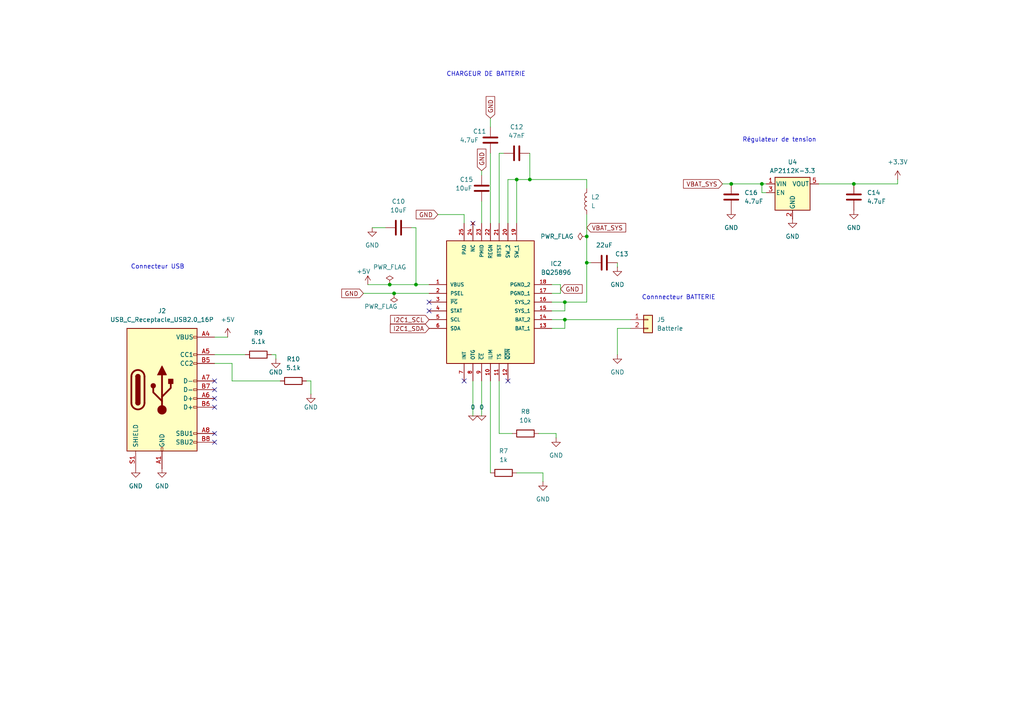
<source format=kicad_sch>
(kicad_sch (version 20250114) (generator "eeschema") (generator_version "9.0")
  (paper "A4")
  (title_block (title "PC BOT - Gestion de l'énergie") (date "2026-02-08"))
  (lib_symbols
    (symbol "BQ25896:BQ25896" (pin_names (offset 1.016))
      (property "Reference" "IC" (at 11.43 20.32 0))
      (property "Value" "BQ25896" (at 11.43 -20.32 0))
      (symbol "BQ25896_0_0"
        (rectangle (start -12.7 -17.78) (end 12.7 17.78) (stroke (width 0.254)) (fill (type background)))
        (pin bidirectional line (at -17.78 0 0) (length 5.08) (name "~{PG}") (number "3"))
        (pin bidirectional line (at -17.78 -2.54 0) (length 5.08) (name "STAT") (number "4"))
        (pin bidirectional line (at -17.78 -5.08 0) (length 5.08) (name "SCL") (number "5"))
        (pin bidirectional line (at -17.78 -7.62 0) (length 5.08) (name "SDA") (number "6"))
        (pin bidirectional line (at -7.62 -22.86 90) (length 5.08) (name "INT") (number "7"))
        (pin no_connect line (at -5.08 22.86 270) (length 5.08) (name "NC") (number "24"))
        (pin bidirectional line (at -2.54 22.86 270) (length 5.08) (name "PMID") (number "23"))
        (pin bidirectional line (at 0 22.86 270) (length 5.08) (name "REGN") (number "22"))
        (pin bidirectional line (at 0 -22.86 90) (length 5.08) (name "ILIM") (number "10"))
        (pin bidirectional line (at 2.54 22.86 270) (length 5.08) (name "BTST") (number "21"))
        (pin bidirectional line (at 2.54 -22.86 90) (length 5.08) (name "TS") (number "11"))
        (pin bidirectional line (at 5.08 22.86 270) (length 5.08) (name "SW_2") (number "20"))
        (pin bidirectional line (at 5.08 -22.86 90) (length 5.08) (name "~{QON}") (number "12"))
        (pin bidirectional line (at 7.62 22.86 270) (length 5.08) (name "SW_1") (number "19"))
        (pin bidirectional line (at 17.78 -5.08 180) (length 5.08) (name "BAT_2") (number "14"))
        (pin bidirectional line (at 17.78 -7.62 180) (length 5.08) (name "BAT_1") (number "13"))
      )
      (symbol "BQ25896_1_0"
        (pin power_in line (at -17.78 5.08 0) (length 5.08) (name "VBUS") (number "1"))
        (pin input line (at -17.78 2.54 0) (length 5.08) (name "PSEL") (number "2"))
        (pin power_in line (at -7.62 22.86 270) (length 5.08) (name "PAD") (number "25"))
        (pin input line (at -5.08 -22.86 90) (length 5.08) (name "OTG") (number "8"))
        (pin input line (at -2.54 -22.86 90) (length 5.08) (name "~{CE}") (number "9"))
        (pin power_in line (at 17.78 5.08 180) (length 5.08) (name "PGND_2") (number "18"))
        (pin power_in line (at 17.78 2.54 180) (length 5.08) (name "PGND_1") (number "17"))
        (pin power_in line (at 17.78 0 180) (length 5.08) (name "SYS_2") (number "16"))
        (pin power_in line (at 17.78 -2.54 180) (length 5.08) (name "SYS_1") (number "15"))
      )
    )
    (symbol "Connector:USB_C_Receptacle_USB2.0_16P" (pin_names (offset 1.016))
      (property "Reference" "J" (at 0 22.225 0))
      (property "Value" "USB_C_Receptacle_USB2.0_16P" (at 0 19.685 0))
      (symbol "USB_C_Receptacle_USB2.0_16P_0_0"
        (rectangle (start -0.254 -17.78) (end 0.254 -16.764))
        (rectangle (start 10.16 15.494) (end 9.144 14.986))
        (rectangle (start 10.16 10.414) (end 9.144 9.906))
        (rectangle (start 10.16 7.874) (end 9.144 7.366))
        (rectangle (start 10.16 2.794) (end 9.144 2.286))
        (rectangle (start 10.16 0.254) (end 9.144 -0.254))
        (rectangle (start 10.16 -2.286) (end 9.144 -2.794))
        (rectangle (start 10.16 -4.826) (end 9.144 -5.334))
        (rectangle (start 10.16 -12.446) (end 9.144 -12.954))
        (rectangle (start 10.16 -14.986) (end 9.144 -15.494))
      )
      (symbol "USB_C_Receptacle_USB2.0_16P_0_1"
        (rectangle (start -10.16 17.78) (end 10.16 -17.78) (stroke (width 0.254)) (fill (type background)))
        (polyline (pts (xy -8.89 -3.81) (xy -8.89 3.81)) (stroke (width 0.508)))
        (rectangle (start -7.62 -3.81) (end -6.35 3.81) (stroke (width 0.254)) (fill (type outline)))
        (arc (start -7.62 3.81) (mid -6.985 4.4423) (end -6.35 3.81) (stroke (width 0.254)))
        (arc (start -7.62 3.81) (mid -6.985 4.4423) (end -6.35 3.81) (stroke (width 0.254)) (fill (type outline)))
        (arc (start -8.89 3.81) (mid -6.985 5.7067) (end -5.08 3.81) (stroke (width 0.508)))
        (arc (start -5.08 -3.81) (mid -6.985 -5.7067) (end -8.89 -3.81) (stroke (width 0.508)))
        (arc (start -6.35 -3.81) (mid -6.985 -4.4423) (end -7.62 -3.81) (stroke (width 0.254)))
        (arc (start -6.35 -3.81) (mid -6.985 -4.4423) (end -7.62 -3.81) (stroke (width 0.254)) (fill (type outline)))
        (polyline (pts (xy -5.08 3.81) (xy -5.08 -3.81)) (stroke (width 0.508)))
        (circle (center -2.54 1.143) (radius 0.635) (stroke (width 0.254)) (fill (type outline)))
        (polyline (pts (xy -1.27 4.318) (xy 0 6.858) (xy 1.27 4.318) (xy -1.27 4.318)) (stroke (width 0.254)) (fill (type outline)))
        (polyline (pts (xy 0 -2.032) (xy 2.54 0.508) (xy 2.54 1.778)) (stroke (width 0.508)))
        (polyline (pts (xy 0 -3.302) (xy -2.54 -0.762) (xy -2.54 0.508)) (stroke (width 0.508)))
        (polyline (pts (xy 0 -5.842) (xy 0 4.318)) (stroke (width 0.508)))
        (circle (center 0 -5.842) (radius 1.27) (fill (type outline)))
        (rectangle (start 1.905 1.778) (end 3.175 3.048) (stroke (width 0.254)) (fill (type outline)))
      )
      (symbol "USB_C_Receptacle_USB2.0_16P_1_1"
        (pin passive line (at -7.62 -22.86 90) (length 5.08) (name "SHIELD") (number "S1"))
        (pin passive line (at 0 -22.86 90) (length 5.08) (name "GND") (number "A1"))
        (pin passive line (at 0 -22.86 90) (length 5.08) (hide yes) (name "GND") (number "A12"))
        (pin passive line (at 0 -22.86 90) (length 5.08) (hide yes) (name "GND") (number "B1"))
        (pin passive line (at 0 -22.86 90) (length 5.08) (hide yes) (name "GND") (number "B12"))
        (pin passive line (at 15.24 15.24 180) (length 5.08) (name "VBUS") (number "A4"))
        (pin passive line (at 15.24 15.24 180) (length 5.08) (hide yes) (name "VBUS") (number "A9"))
        (pin passive line (at 15.24 15.24 180) (length 5.08) (hide yes) (name "VBUS") (number "B4"))
        (pin passive line (at 15.24 15.24 180) (length 5.08) (hide yes) (name "VBUS") (number "B9"))
        (pin bidirectional line (at 15.24 10.16 180) (length 5.08) (name "CC1") (number "A5"))
        (pin bidirectional line (at 15.24 7.62 180) (length 5.08) (name "CC2") (number "B5"))
        (pin bidirectional line (at 15.24 2.54 180) (length 5.08) (name "D-") (number "A7"))
        (pin bidirectional line (at 15.24 0 180) (length 5.08) (name "D-") (number "B7"))
        (pin bidirectional line (at 15.24 -2.54 180) (length 5.08) (name "D+") (number "A6"))
        (pin bidirectional line (at 15.24 -5.08 180) (length 5.08) (name "D+") (number "B6"))
        (pin bidirectional line (at 15.24 -12.7 180) (length 5.08) (name "SBU1") (number "A8"))
        (pin bidirectional line (at 15.24 -15.24 180) (length 5.08) (name "SBU2") (number "B8"))
      )
    )
    (symbol "Connector_Generic:Conn_01x02" (pin_names (offset 1.016) (hide yes))
      (property "Reference" "J" (at 0 2.54 0))
      (property "Value" "Conn_01x02" (at 0 -5.08 0))
      (symbol "Conn_01x02_1_1"
        (rectangle (start -1.27 1.27) (end 1.27 -3.81) (stroke (width 0.254)) (fill (type background)))
        (rectangle (start -1.27 0.127) (end 0 -0.127) (stroke (width 0.1524)))
        (rectangle (start -1.27 -2.413) (end 0 -2.667) (stroke (width 0.1524)))
        (pin passive line (at -5.08 0 0) (length 3.81) (name "Pin_1") (number "1"))
        (pin passive line (at -5.08 -2.54 0) (length 3.81) (name "Pin_2") (number "2"))
      )
    )
    (symbol "Device:C" (pin_numbers (hide yes)) (pin_names (offset 0.254))
      (property "Reference" "C" (at 0.635 2.54 0))
      (property "Value" "C" (at 0.635 -2.54 0))
      (symbol "C_0_1"
        (polyline (pts (xy -2.032 0.762) (xy 2.032 0.762)) (stroke (width 0.508)))
        (polyline (pts (xy -2.032 -0.762) (xy 2.032 -0.762)) (stroke (width 0.508)))
      )
      (symbol "C_1_1"
        (pin passive line (at 0 3.81 270) (length 2.794) (name "~") (number "1"))
        (pin passive line (at 0 -3.81 90) (length 2.794) (name "~") (number "2"))
      )
    )
    (symbol "Device:L" (pin_numbers (hide yes)) (pin_names (offset 1.016) (hide yes))
      (property "Reference" "L" (at -1.27 0 90))
      (property "Value" "L" (at 1.905 0 90))
      (symbol "L_0_1"
        (arc (start 0 2.54) (mid 0.6323 1.905) (end 0 1.27))
        (arc (start 0 1.27) (mid 0.6323 0.635) (end 0 0))
        (arc (start 0 0) (mid 0.6323 -0.635) (end 0 -1.27))
        (arc (start 0 -1.27) (mid 0.6323 -1.905) (end 0 -2.54))
      )
      (symbol "L_1_1"
        (pin passive line (at 0 3.81 270) (length 1.27) (name "1") (number "1"))
        (pin passive line (at 0 -3.81 90) (length 1.27) (name "2") (number "2"))
      )
    )
    (symbol "Device:R" (pin_numbers (hide yes)) (pin_names (offset 0))
      (property "Reference" "R" (at 2.032 0 90))
      (property "Value" "R" (at 0 0 90))
      (symbol "R_0_1"
        (rectangle (start -1.016 -2.54) (end 1.016 2.54) (stroke (width 0.254)))
      )
      (symbol "R_1_1"
        (pin passive line (at 0 3.81 270) (length 1.27) (name "~") (number "1"))
        (pin passive line (at 0 -3.81 90) (length 1.27) (name "~") (number "2"))
      )
    )
    (symbol "Regulator_Linear:AP2112K-3.3" (pin_names (offset 0.254))
      (property "Reference" "U" (at -5.08 5.715 0))
      (property "Value" "AP2112K-3.3" (at 0 5.715 0))
      (symbol "AP2112K-3.3_0_1"
        (rectangle (start -5.08 4.445) (end 5.08 -5.08) (stroke (width 0.254)) (fill (type background)))
      )
      (symbol "AP2112K-3.3_1_1"
        (pin power_in line (at -7.62 2.54 0) (length 2.54) (name "VIN") (number "1"))
        (pin input line (at -7.62 0 0) (length 2.54) (name "EN") (number "3"))
        (pin power_in line (at 0 -7.62 90) (length 2.54) (name "GND") (number "2"))
        (pin no_connect line (at 5.08 0 180) (length 2.54) (hide yes) (name "NC") (number "4"))
        (pin power_out line (at 7.62 2.54 180) (length 2.54) (name "VOUT") (number "5"))
      )
    )
    (symbol "Simulation_SPICE:0" (power) (pin_numbers (hide yes)) (pin_names (offset 0) (hide yes))
      (property "Value" "0" (at 0 -2.54 0))
      (symbol "0_0_1"
        (polyline (pts (xy -1.27 0) (xy 0 -1.27) (xy 1.27 0) (xy -1.27 0)))
      )
      (symbol "0_1_1"
        (pin power_in line (at 0 0 0) (length 0) (name "~") (number "1"))
      )
    )
    (symbol "power:+3.3V" (power) (pin_numbers (hide yes)) (pin_names (offset 0) (hide yes))
      (property "Value" "+3.3V" (at 0 3.556 0))
      (symbol "+3.3V_0_1"
        (polyline (pts (xy -0.762 1.27) (xy 0 2.54)))
        (polyline (pts (xy 0 2.54) (xy 0.762 1.27)))
        (polyline (pts (xy 0 0) (xy 0 2.54)))
      )
      (symbol "+3.3V_1_1"
        (pin power_in line (at 0 0 90) (length 0) (name "~") (number "1"))
      )
    )
    (symbol "power:GND" (power) (pin_numbers (hide yes)) (pin_names (offset 0) (hide yes))
      (property "Value" "GND" (at 0 -3.81 0))
      (symbol "GND_0_1"
        (polyline (pts (xy 0 0) (xy 0 -1.27) (xy 1.27 -1.27) (xy 0 -2.54) (xy -1.27 -1.27) (xy 0 -1.27)))
      )
      (symbol "GND_1_1"
        (pin power_in line (at 0 0 270) (length 0) (name "~") (number "1"))
      )
    )
    (symbol "power:PWR_FLAG" (power) (pin_numbers (hide yes)) (pin_names (offset 0) (hide yes))
      (property "Value" "PWR_FLAG" (at 0 3.81 0))
      (symbol "PWR_FLAG_0_0"
        (pin power_out line (at 0 0 90) (length 0) (name "~") (number "1"))
      )
      (symbol "PWR_FLAG_0_1"
        (polyline (pts (xy 0 0) (xy 0 1.27) (xy -1.016 1.905) (xy 0 2.54) (xy 1.016 1.905) (xy 0 1.27)))
      )
    )
  )
  (text "Connnecteur BATTERIE" (at 196.85 86.36 0) (effects (font (size 1.27 1.27))))
  (text "Connecteur USB" (at 45.72 77.47 0) (effects (font (size 1.27 1.27))))
  (text "Régulateur de tension" (at 226.06 40.64 0) (effects (font (size 1.27 1.27))))
  (text "CHARGEUR DE BATTERIE\n" (at 140.97 21.59 0) (effects (font (size 1.27 1.27))))
  (junction (at 170.18 76.2))
  (junction (at 220.98 53.34))
  (junction (at 114.3 85.09))
  (junction (at 163.83 92.71))
  (junction (at 212.09 53.34))
  (junction (at 120.65 82.55))
  (junction (at 170.18 68.58))
  (junction (at 113.03 82.55))
  (junction (at 153.67 52.07))
  (junction (at 163.83 87.63))
  (junction (at 149.86 52.07))
  (junction (at 247.65 53.34))
  (no_connect (at 62.23 125.73))
  (no_connect (at 62.23 110.49))
  (no_connect (at 124.46 90.17))
  (no_connect (at 62.23 115.57))
  (no_connect (at 124.46 87.63))
  (no_connect (at 62.23 113.03))
  (no_connect (at 147.32 110.49))
  (no_connect (at 62.23 118.11))
  (no_connect (at 62.23 128.27))
  (no_connect (at 134.62 110.49))
  (no_connect (at 137.16 64.77))
  (wire (pts (xy 260.35 53.34) (xy 260.35 52.07)))
  (wire (pts (xy 162.56 85.09) (xy 162.56 82.55)))
  (wire (pts (xy 137.16 110.49) (xy 137.16 120.65)))
  (wire (pts (xy 120.65 82.55) (xy 124.46 82.55)))
  (wire (pts (xy 163.83 95.25) (xy 163.83 92.71)))
  (wire (pts (xy 139.7 110.49) (xy 139.7 120.65)))
  (wire (pts (xy 67.31 105.41) (xy 67.31 110.49)))
  (wire (pts (xy 160.02 82.55) (xy 162.56 82.55)))
  (wire (pts (xy 163.83 87.63) (xy 170.18 87.63)))
  (wire (pts (xy 62.23 97.79) (xy 66.04 97.79)))
  (wire (pts (xy 161.29 125.73) (xy 161.29 127)))
  (wire (pts (xy 78.74 102.87) (xy 80.01 102.87)))
  (wire (pts (xy 144.78 125.73) (xy 148.59 125.73)))
  (wire (pts (xy 149.86 52.07) (xy 153.67 52.07)))
  (wire (pts (xy 156.21 125.73) (xy 161.29 125.73)))
  (wire (pts (xy 160.02 92.71) (xy 163.83 92.71)))
  (wire (pts (xy 88.9 110.49) (xy 90.17 110.49)))
  (wire (pts (xy 179.07 95.25) (xy 179.07 102.87)))
  (wire (pts (xy 170.18 52.07) (xy 170.18 54.61)))
  (wire (pts (xy 80.01 102.87) (xy 80.01 104.14)))
  (wire (pts (xy 62.23 105.41) (xy 67.31 105.41)))
  (wire (pts (xy 120.65 82.55) (xy 120.65 66.04)))
  (wire (pts (xy 157.48 137.16) (xy 157.48 139.7)))
  (wire (pts (xy 144.78 110.49) (xy 144.78 125.73)))
  (wire (pts (xy 182.88 95.25) (xy 179.07 95.25)))
  (wire (pts (xy 149.86 52.07) (xy 149.86 64.77)))
  (wire (pts (xy 220.98 53.34) (xy 222.25 53.34)))
  (wire (pts (xy 147.32 64.77) (xy 147.32 52.07)))
  (wire (pts (xy 160.02 95.25) (xy 163.83 95.25)))
  (wire (pts (xy 247.65 53.34) (xy 260.35 53.34)))
  (wire (pts (xy 160.02 87.63) (xy 163.83 87.63)))
  (wire (pts (xy 111.76 66.04) (xy 107.95 66.04)))
  (wire (pts (xy 170.18 76.2) (xy 170.18 68.58)))
  (wire (pts (xy 149.86 137.16) (xy 157.48 137.16)))
  (wire (pts (xy 163.83 92.71) (xy 182.88 92.71)))
  (wire (pts (xy 163.83 90.17) (xy 163.83 87.63)))
  (wire (pts (xy 114.3 85.09) (xy 124.46 85.09)))
  (wire (pts (xy 220.98 55.88) (xy 222.25 55.88)))
  (wire (pts (xy 144.78 64.77) (xy 144.78 44.45)))
  (wire (pts (xy 139.7 49.53) (xy 139.7 50.8)))
  (wire (pts (xy 142.24 44.45) (xy 142.24 64.77)))
  (wire (pts (xy 179.07 76.2) (xy 179.07 77.47)))
  (wire (pts (xy 106.68 82.55) (xy 113.03 82.55)))
  (wire (pts (xy 144.78 44.45) (xy 146.05 44.45)))
  (wire (pts (xy 212.09 53.34) (xy 220.98 53.34)))
  (wire (pts (xy 142.24 110.49) (xy 142.24 137.16)))
  (wire (pts (xy 170.18 87.63) (xy 170.18 76.2)))
  (wire (pts (xy 134.62 62.23) (xy 134.62 64.77)))
  (wire (pts (xy 67.31 110.49) (xy 81.28 110.49)))
  (wire (pts (xy 153.67 52.07) (xy 170.18 52.07)))
  (wire (pts (xy 105.41 85.09) (xy 114.3 85.09)))
  (wire (pts (xy 237.49 53.34) (xy 247.65 53.34)))
  (wire (pts (xy 90.17 110.49) (xy 90.17 114.3)))
  (wire (pts (xy 220.98 53.34) (xy 220.98 55.88)))
  (wire (pts (xy 170.18 68.58) (xy 170.18 62.23)))
  (wire (pts (xy 127 62.23) (xy 134.62 62.23)))
  (wire (pts (xy 160.02 85.09) (xy 162.56 85.09)))
  (wire (pts (xy 113.03 82.55) (xy 120.65 82.55)))
  (wire (pts (xy 147.32 52.07) (xy 149.86 52.07)))
  (wire (pts (xy 170.18 76.2) (xy 171.45 76.2)))
  (wire (pts (xy 153.67 44.45) (xy 153.67 52.07)))
  (wire (pts (xy 120.65 66.04) (xy 119.38 66.04)))
  (wire (pts (xy 209.55 53.34) (xy 212.09 53.34)))
  (wire (pts (xy 160.02 90.17) (xy 163.83 90.17)))
  (wire (pts (xy 62.23 102.87) (xy 71.12 102.87)))
  (wire (pts (xy 142.24 34.29) (xy 142.24 36.83)))
  (wire (pts (xy 139.7 58.42) (xy 139.7 64.77)))
  (global_label "GND" (shape input) (at 127 62.23 180) (property "Intersheetrefs" "${INTERSHEET_REFS}" (effects (hide yes))))
  (global_label "GND" (shape input) (at 162.56 83.82 0) (property "Intersheetrefs" "${INTERSHEET_REFS}" (effects (hide yes))))
  (global_label "GND" (shape input) (at 105.41 85.09 180) (property "Intersheetrefs" "${INTERSHEET_REFS}" (effects (hide yes))))
  (global_label "GND" (shape input) (at 139.7 49.53 90) (property "Intersheetrefs" "${INTERSHEET_REFS}" (effects (hide yes))))
  (global_label "I2C1_SCL" (shape input) (at 124.46 92.71 180) (property "Intersheetrefs" "${INTERSHEET_REFS}" (effects (hide yes))))
  (global_label "GND" (shape input) (at 142.24 34.29 90) (property "Intersheetrefs" "${INTERSHEET_REFS}" (effects (hide yes))))
  (global_label "VBAT_SYS" (shape input) (at 209.55 53.34 180) (property "Intersheetrefs" "${INTERSHEET_REFS}" (effects (hide yes))))
  (global_label "VBAT_SYS" (shape input) (at 170.18 66.04 0) (property "Intersheetrefs" "${INTERSHEET_REFS}" (effects (hide yes))))
  (global_label "I2C1_SDA" (shape input) (at 124.46 95.25 180) (property "Intersheetrefs" "${INTERSHEET_REFS}" (effects (hide yes))))
  (symbol (lib_id "Device:R") (at 85.09 110.49 90) (unit 1)
    (property "Reference" "R10" (at 85.09 104.14 90))
    (property "Value" "5.1k" (at 85.09 106.68 90))
    (property "Footprint" "Resistor_SMD:R_0805_2012Metric_Pad1.20x1.40mm_HandSolder" (effects (hide yes)))
    (property "Description" "Resistor" (effects (hide yes)))
  )
  (symbol (lib_id "power:GND") (at 179.07 102.87 0) (unit 1)
    (property "Reference" "#PWR026" (effects (hide yes)))
    (property "Value" "GND" (at 179.07 107.95 0))
    (property "Description" "Power symbol creates a global label with name \"GND\" , ground" (effects (hide yes)))
  )
  (symbol (lib_id "Connector:USB_C_Receptacle_USB2.0_16P") (at 46.99 113.03 0) (unit 1)
    (property "Reference" "J2" (at 46.99 90.17 0))
    (property "Value" "USB_C_Receptacle_USB2.0_16P" (at 46.99 92.71 0))
    (property "Footprint" "Connector_USB:USB_C_Receptacle_GCT_USB4105-xx-A_16P_TopMnt_Horizontal" (effects (hide yes)))
    (property "Datasheet" "https://www.usb.org/sites/default/files/documents/usb_type-c.zip" (effects (hide yes)))
    (property "Description" "USB 2.0-only 16P Type-C Receptacle connector" (effects (hide yes)))
  )
  (symbol (lib_id "power:GND") (at 90.17 114.3 0) (unit 1)
    (property "Reference" "#PWR023" (effects (hide yes)))
    (property "Value" "GND" (at 90.17 118.11 0))
    (property "Description" "Power symbol creates a global label with name \"GND\" , ground" (effects (hide yes)))
  )
  (symbol (lib_id "power:GND") (at 46.99 135.89 0) (unit 1)
    (property "Reference" "#PWR024" (effects (hide yes)))
    (property "Value" "GND" (at 46.99 140.97 0))
    (property "Description" "Power symbol creates a global label with name \"GND\" , ground" (effects (hide yes)))
  )
  (symbol (lib_id "Device:C") (at 212.09 57.15 0) (unit 1)
    (property "Reference" "C16" (at 215.9 55.8799 0) (effects (justify left)))
    (property "Value" "4.7uF" (at 215.9 58.4199 0) (effects (justify left)))
    (property "Footprint" "Capacitor_SMD:C_0603_1608Metric_Pad1.08x0.95mm_HandSolder" (effects (hide yes)))
    (property "Description" "Unpolarized capacitor" (effects (hide yes)))
  )
  (symbol (lib_id "Device:C") (at 175.26 76.2 90) (unit 1)
    (property "Reference" "C13" (at 180.34 73.66 90))
    (property "Value" "22uF" (at 175.26 71.12 90))
    (property "Footprint" "Capacitor_SMD:C_0603_1608Metric_Pad1.08x0.95mm_HandSolder" (effects (hide yes)))
    (property "Description" "Unpolarized capacitor" (effects (hide yes)))
  )
  (symbol (lib_id "power:+3.3V") (at 260.35 52.07 0) (unit 1)
    (property "Reference" "#PWR019" (effects (hide yes)))
    (property "Value" "+3.3V" (at 260.35 46.99 0))
    (property "Description" "Power symbol creates a global label with name \"+3.3V\"" (effects (hide yes)))
  )
  (symbol (lib_id "Device:C") (at 142.24 40.64 0) (unit 1)
    (property "Reference" "C11" (at 137.16 38.1 0) (effects (justify left)))
    (property "Value" "4.7uF" (at 133.35 40.64 0) (effects (justify left)))
    (property "Footprint" "Capacitor_SMD:C_0603_1608Metric_Pad1.08x0.95mm_HandSolder" (effects (hide yes)))
    (property "Description" "Unpolarized capacitor" (effects (hide yes)))
  )
  (symbol (lib_id "Device:C") (at 149.86 44.45 90) (unit 1)
    (property "Reference" "C12" (at 149.86 36.83 90))
    (property "Value" "47nF" (at 149.86 39.37 90))
    (property "Footprint" "Capacitor_SMD:C_0603_1608Metric_Pad1.08x0.95mm_HandSolder" (effects (hide yes)))
    (property "Description" "Unpolarized capacitor" (effects (hide yes)))
  )
  (symbol (lib_id "Device:R") (at 74.93 102.87 90) (unit 1)
    (property "Reference" "R9" (at 74.93 96.52 90))
    (property "Value" "5.1k" (at 74.93 99.06 90))
    (property "Footprint" "Resistor_SMD:R_0805_2012Metric_Pad1.20x1.40mm_HandSolder" (effects (hide yes)))
    (property "Description" "Resistor" (effects (hide yes)))
  )
  (symbol (lib_id "Simulation_SPICE:0") (at 139.7 120.65 0) (unit 1)
    (property "Reference" "#GND014" (effects (hide yes)))
    (property "Value" "0" (at 139.7 118.11 0))
    (property "Datasheet" "https://ngspice.sourceforge.io/docs/ngspice-html-manual/manual.xhtml#subsec_Circuit_elements__device" (effects (hide yes)))
    (property "Description" "0V reference potential for simulation" (effects (hide yes)))
  )
  (symbol (lib_id "Regulator_Linear:AP2112K-3.3") (at 229.87 55.88 0) (unit 1)
    (property "Reference" "U4" (at 229.87 46.99 0))
    (property "Value" "AP2112K-3.3" (at 229.87 49.53 0))
    (property "Footprint" "Package_TO_SOT_SMD:SOT-23-5" (effects (hide yes)))
    (property "Datasheet" "https://www.diodes.com/assets/Datasheets/AP2112.pdf" (effects (hide yes)))
    (property "Description" "600mA low dropout linear regulator, with enable pin, 3.8V-6V input voltage range, 3.3V fixed positive output, SOT-23-5" (effects (hide yes)))
  )
  (symbol (lib_id "Device:C") (at 139.7 54.61 0) (unit 1)
    (property "Reference" "C15" (at 133.35 52.07 0) (effects (justify left)))
    (property "Value" "10uF" (at 132.08 54.61 0) (effects (justify left)))
    (property "Footprint" "Capacitor_SMD:C_0603_1608Metric_Pad1.08x0.95mm_HandSolder" (effects (hide yes)))
    (property "Description" "Unpolarized capacitor" (effects (hide yes)))
  )
  (symbol (lib_id "BQ25896:BQ25896") (at 142.24 87.63 0) (unit 1)
    (property "Reference" "IC2" (at 161.29 76.4792 0))
    (property "Value" "BQ25896" (at 161.29 79.0192 0))
    (property "Footprint" "BQ25896:QFN-24" (effects (hide yes)))
    (property "MF" "Texas Instruments" (effects (hide yes)))
    (property "Description_1" "bq25896 I2C Controlled Single Cell 3-A Fast Charger with MaxChargeTM Technology for High Input Voltage and Adjustable Voltage USB On-the-Go Boost Mode" (effects (hide yes)))
    (property "Package" "None" (effects (hide yes)))
    (property "Price" "None" (effects (hide yes)))
    (property "Check_prices" "https://www.snapeda.com/parts/BQ25896/Texas+Instruments/view-part/?ref=eda" (effects (hide yes)))
    (property "HEIGHT" "1mm" (effects (hide yes)))
    (property "WIDTH" "3.9 - 4.1mm" (effects (hide yes)))
    (property "LENGTH" "3.9 - 4.1mm" (effects (hide yes)))
    (property "SnapEDA_Link" "https://www.snapeda.com/parts/BQ25896/Texas+Instruments/view-part/?ref=snap" (effects (hide yes)))
    (property "MP" "BQ25896" (effects (hide yes)))
    (property "SPICEPREFIX" "IC" (effects (hide yes)))
    (property "Availability" "In Stock" (effects (hide yes)))
  )
  (symbol (lib_id "power:PWR_FLAG") (at 170.18 68.58 90) (unit 1)
    (property "Reference" "#FLG011" (effects (hide yes)))
    (property "Value" "PWR_FLAG" (at 166.37 68.5799 90) (effects (justify left)))
    (property "Description" "Special symbol for telling ERC where power comes from" (effects (hide yes)))
  )
  (symbol (lib_id "Simulation_SPICE:0") (at 137.16 120.65 0) (unit 1)
    (property "Reference" "#GND013" (effects (hide yes)))
    (property "Value" "0" (at 137.16 118.11 0))
    (property "Datasheet" "https://ngspice.sourceforge.io/docs/ngspice-html-manual/manual.xhtml#subsec_Circuit_elements__device" (effects (hide yes)))
    (property "Description" "0V reference potential for simulation" (effects (hide yes)))
  )
  (symbol (lib_id "power:GND") (at 179.07 77.47 0) (unit 1)
    (property "Reference" "#PWR017" (effects (hide yes)))
    (property "Value" "GND" (at 179.07 82.55 0))
    (property "Description" "Power symbol creates a global label with name \"GND\" , ground" (effects (hide yes)))
  )
  (symbol (lib_id "power:+3.3V") (at 106.68 82.55 0) (unit 1)
    (property "Reference" "#PWR012" (effects (hide yes)))
    (property "Value" "+5V" (at 105.41 78.74 0))
    (property "Description" "Power symbol creates a global label with name \"+3.3V\"" (effects (hide yes)))
  )
  (symbol (lib_id "Device:R") (at 146.05 137.16 90) (unit 1)
    (property "Reference" "R7" (at 146.05 130.81 90))
    (property "Value" "1k" (at 146.05 133.35 90))
    (property "Footprint" "Resistor_SMD:R_0805_2012Metric_Pad1.20x1.40mm_HandSolder" (effects (hide yes)))
    (property "Description" "Resistor" (effects (hide yes)))
  )
  (symbol (lib_id "power:GND") (at 247.65 60.96 0) (unit 1)
    (property "Reference" "#PWR020" (effects (hide yes)))
    (property "Value" "GND" (at 247.65 66.04 0))
    (property "Description" "Power symbol creates a global label with name \"GND\" , ground" (effects (hide yes)))
  )
  (symbol (lib_id "power:GND") (at 157.48 139.7 0) (unit 1)
    (property "Reference" "#PWR016" (effects (hide yes)))
    (property "Value" "GND" (at 157.48 144.78 0))
    (property "Description" "Power symbol creates a global label with name \"GND\" , ground" (effects (hide yes)))
  )
  (symbol (lib_id "Device:L") (at 170.18 58.42 180) (unit 1)
    (property "Reference" "L2" (at 171.45 57.1499 0) (effects (justify right)))
    (property "Value" "L" (at 171.45 59.6899 0) (effects (justify right)))
    (property "Footprint" "Inductor_SMD:L_0805_2012Metric_Pad1.05x1.20mm_HandSolder" (effects (hide yes)))
    (property "Description" "Inductor" (effects (hide yes)))
  )
  (symbol (lib_id "power:+3.3V") (at 66.04 97.79 0) (unit 1)
    (property "Reference" "#PWR021" (effects (hide yes)))
    (property "Value" "+5V" (at 66.04 92.71 0))
    (property "Description" "Power symbol creates a global label with name \"+3.3V\"" (effects (hide yes)))
  )
  (symbol (lib_id "Connector_Generic:Conn_01x02") (at 187.96 92.71 0) (unit 1)
    (property "Reference" "J5" (at 190.5 92.7099 0) (effects (justify left)))
    (property "Value" "Batterie" (at 190.5 95.2499 0) (effects (justify left)))
    (property "Footprint" "Connector_JST:JST_XH_B2B-XH-A_1x02_P2.50mm_Vertical" (effects (hide yes)))
    (property "Description" "Generic connector, single row, 01x02, script generated (kicad-library-utils/schlib/autogen/connector/)" (effects (hide yes)))
  )
  (symbol (lib_id "Device:C") (at 115.57 66.04 90) (unit 1)
    (property "Reference" "C10" (at 115.57 58.42 90))
    (property "Value" "10uF" (at 115.57 60.96 90))
    (property "Footprint" "Capacitor_SMD:C_0603_1608Metric_Pad1.08x0.95mm_HandSolder" (effects (hide yes)))
    (property "Description" "Unpolarized capacitor" (effects (hide yes)))
  )
  (symbol (lib_id "power:GND") (at 107.95 66.04 0) (unit 1)
    (property "Reference" "#PWR014" (effects (hide yes)))
    (property "Value" "GND" (at 107.95 71.12 0))
    (property "Description" "Power symbol creates a global label with name \"GND\" , ground" (effects (hide yes)))
  )
  (symbol (lib_id "power:GND") (at 161.29 127 0) (unit 1)
    (property "Reference" "#PWR015" (effects (hide yes)))
    (property "Value" "GND" (at 161.29 132.08 0))
    (property "Description" "Power symbol creates a global label with name \"GND\" , ground" (effects (hide yes)))
  )
  (symbol (lib_id "power:GND") (at 229.87 63.5 0) (unit 1)
    (property "Reference" "#PWR018" (effects (hide yes)))
    (property "Value" "GND" (at 229.87 68.58 0))
    (property "Description" "Power symbol creates a global label with name \"GND\" , ground" (effects (hide yes)))
  )
  (symbol (lib_id "power:PWR_FLAG") (at 114.3 85.09 180) (unit 1)
    (property "Reference" "#FLG012" (effects (hide yes)))
    (property "Value" "PWR_FLAG" (at 110.49 88.9 0))
    (property "Description" "Special symbol for telling ERC where power comes from" (effects (hide yes)))
  )
  (symbol (lib_id "Device:R") (at 152.4 125.73 90) (unit 1)
    (property "Reference" "R8" (at 152.4 119.38 90))
    (property "Value" "10k" (at 152.4 121.92 90))
    (property "Footprint" "Resistor_SMD:R_0805_2012Metric_Pad1.20x1.40mm_HandSolder" (effects (hide yes)))
    (property "Description" "Resistor" (effects (hide yes)))
  )
  (symbol (lib_id "power:PWR_FLAG") (at 113.03 82.55 0) (unit 1)
    (property "Reference" "#FLG05" (effects (hide yes)))
    (property "Value" "PWR_FLAG" (at 113.03 77.47 0))
    (property "Description" "Special symbol for telling ERC where power comes from" (effects (hide yes)))
  )
  (symbol (lib_id "power:GND") (at 212.09 60.96 0) (unit 1)
    (property "Reference" "#PWR013" (effects (hide yes)))
    (property "Value" "GND" (at 212.09 66.04 0))
    (property "Description" "Power symbol creates a global label with name \"GND\" , ground" (effects (hide yes)))
  )
  (symbol (lib_id "power:GND") (at 39.37 135.89 0) (unit 1)
    (property "Reference" "#PWR025" (effects (hide yes)))
    (property "Value" "GND" (at 39.37 140.97 0))
    (property "Description" "Power symbol creates a global label with name \"GND\" , ground" (effects (hide yes)))
  )
  (symbol (lib_id "Device:C") (at 247.65 57.15 0) (unit 1)
    (property "Reference" "C14" (at 251.46 55.8799 0) (effects (justify left)))
    (property "Value" "4.7uF" (at 251.46 58.4199 0) (effects (justify left)))
    (property "Footprint" "Capacitor_SMD:C_0603_1608Metric_Pad1.08x0.95mm_HandSolder" (effects (hide yes)))
    (property "Description" "Unpolarized capacitor" (effects (hide yes)))
  )
  (symbol (lib_id "power:GND") (at 80.01 104.14 0) (unit 1)
    (property "Reference" "#PWR022" (effects (hide yes)))
    (property "Value" "GND" (at 80.01 107.95 0))
    (property "Description" "Power symbol creates a global label with name \"GND\" , ground" (effects (hide yes)))
  )
)
</source>
